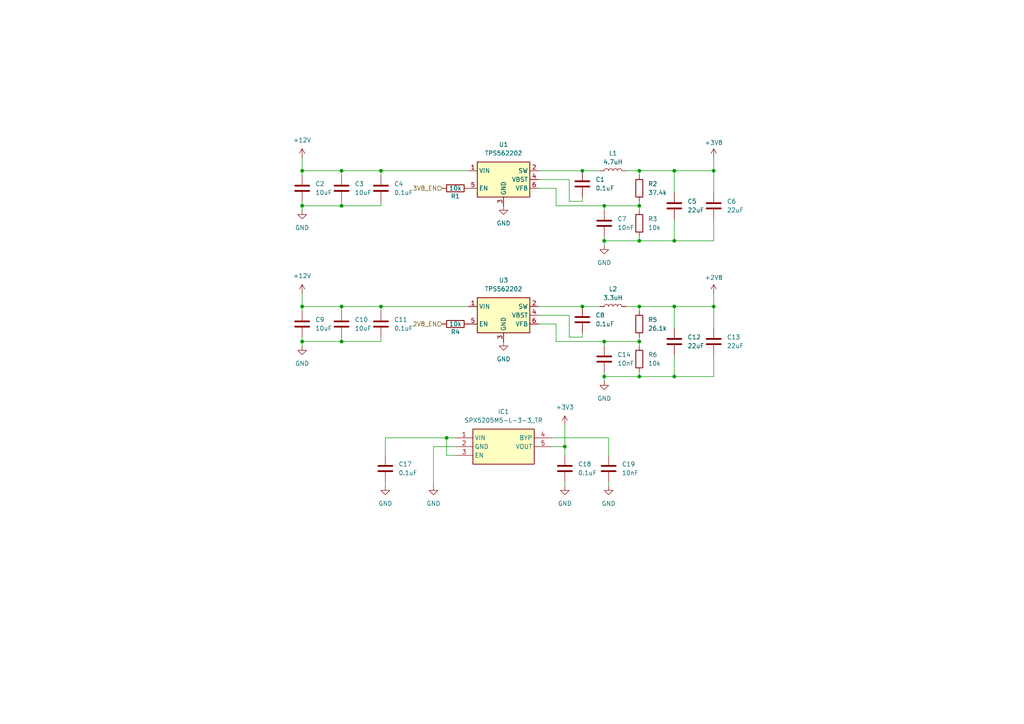
<source format=kicad_sch>
(kicad_sch (version 20250114) (generator "eeschema") (generator_version "9.0")
  (paper "A4")
  (lib_symbols
    (symbol "Device:C" (pin_numbers (hide yes)) (pin_names (offset 0.254))
      (property "Reference" "C" (at 0.635 2.54 0))
      (property "Value" "C" (at 0.635 -2.54 0))
      (symbol "C_0_1"
        (polyline (pts (xy -2.032 0.762) (xy 2.032 0.762)) (stroke (width 0.508)))
        (polyline (pts (xy -2.032 -0.762) (xy 2.032 -0.762)) (stroke (width 0.508)))
      )
      (symbol "C_1_1"
        (pin passive line (at 0 3.81 270) (length 2.794) (name "~") (number "1"))
        (pin passive line (at 0 -3.81 90) (length 2.794) (name "~") (number "2"))
      )
    )
    (symbol "Device:L" (pin_numbers (hide yes)) (pin_names (offset 1.016) (hide yes))
      (property "Reference" "L" (at -1.27 0 90))
      (property "Value" "L" (at 1.905 0 90))
      (symbol "L_0_1"
        (arc (start 0 2.54) (mid 0.6323 1.905) (end 0 1.27))
        (arc (start 0 1.27) (mid 0.6323 0.635) (end 0 0))
        (arc (start 0 0) (mid 0.6323 -0.635) (end 0 -1.27))
        (arc (start 0 -1.27) (mid 0.6323 -1.905) (end 0 -2.54))
      )
      (symbol "L_1_1"
        (pin passive line (at 0 3.81 270) (length 1.27) (name "1") (number "1"))
        (pin passive line (at 0 -3.81 90) (length 1.27) (name "2") (number "2"))
      )
    )
    (symbol "Device:R" (pin_numbers (hide yes)) (pin_names (offset 0))
      (property "Reference" "R" (at 2.032 0 90))
      (property "Value" "R" (at 0 0 90))
      (symbol "R_0_1"
        (rectangle (start -1.016 -2.54) (end 1.016 2.54) (stroke (width 0.254)))
      )
      (symbol "R_1_1"
        (pin passive line (at 0 3.81 270) (length 1.27) (name "~") (number "1"))
        (pin passive line (at 0 -3.81 90) (length 1.27) (name "~") (number "2"))
      )
    )
    (symbol "Regulator_Switching:TPS562202"
      (property "Reference" "U" (at -7.62 6.35 0))
      (property "Value" "TPS562202" (at -2.54 6.35 0))
      (symbol "TPS562202_0_1"
        (rectangle (start -7.62 5.08) (end 7.62 -5.08) (stroke (width 0.254)) (fill (type background)))
      )
      (symbol "TPS562202_1_1"
        (pin power_in line (at -10.16 2.54 0) (length 2.54) (name "VIN") (number "1"))
        (pin input line (at -10.16 -2.54 0) (length 2.54) (name "EN") (number "5"))
        (pin power_in line (at 0 -7.62 90) (length 2.54) (name "GND") (number "3"))
        (pin output line (at 10.16 2.54 180) (length 2.54) (name "SW") (number "2"))
        (pin passive line (at 10.16 0 180) (length 2.54) (name "VBST") (number "4"))
        (pin input line (at 10.16 -2.54 180) (length 2.54) (name "VFB") (number "6"))
      )
    )
    (symbol "SPX5205M5-L-3-3_TR:SPX5205M5-L-3-3_TR"
      (property "Reference" "IC" (at 24.13 7.62 0))
      (property "Value" "SPX5205M5-L-3-3_TR" (at 24.13 5.08 0))
      (symbol "SPX5205M5-L-3-3_TR_1_1"
        (rectangle (start 5.08 2.54) (end 22.86 -7.62) (stroke (width 0.254)) (fill (type background)))
        (pin passive line (at 0 0 0) (length 5.08) (name "VIN") (number "1"))
        (pin passive line (at 0 -2.54 0) (length 5.08) (name "GND") (number "2"))
        (pin passive line (at 0 -5.08 0) (length 5.08) (name "EN") (number "3"))
        (pin passive line (at 27.94 0 180) (length 5.08) (name "BYP") (number "4"))
        (pin passive line (at 27.94 -2.54 180) (length 5.08) (name "VOUT") (number "5"))
      )
    )
    (symbol "power:+12V" (power) (pin_numbers (hide yes)) (pin_names (offset 0) (hide yes))
      (property "Value" "+12V" (at 0 3.556 0))
      (symbol "+12V_0_1"
        (polyline (pts (xy -0.762 1.27) (xy 0 2.54)))
        (polyline (pts (xy 0 2.54) (xy 0.762 1.27)))
        (polyline (pts (xy 0 0) (xy 0 2.54)))
      )
      (symbol "+12V_1_1"
        (pin power_in line (at 0 0 90) (length 0) (name "~") (number "1"))
      )
    )
    (symbol "power:+2V8" (power) (pin_numbers (hide yes)) (pin_names (offset 0) (hide yes))
      (property "Value" "+2V8" (at 0 3.556 0))
      (symbol "+2V8_0_1"
        (polyline (pts (xy -0.762 1.27) (xy 0 2.54)))
        (polyline (pts (xy 0 2.54) (xy 0.762 1.27)))
        (polyline (pts (xy 0 0) (xy 0 2.54)))
      )
      (symbol "+2V8_1_1"
        (pin power_in line (at 0 0 90) (length 0) (name "~") (number "1"))
      )
    )
    (symbol "power:+3V3" (power) (pin_numbers (hide yes)) (pin_names (offset 0) (hide yes))
      (property "Value" "+3V3" (at 0 3.556 0))
      (symbol "+3V3_0_1"
        (polyline (pts (xy -0.762 1.27) (xy 0 2.54)))
        (polyline (pts (xy 0 2.54) (xy 0.762 1.27)))
        (polyline (pts (xy 0 0) (xy 0 2.54)))
      )
      (symbol "+3V3_1_1"
        (pin power_in line (at 0 0 90) (length 0) (name "~") (number "1"))
      )
    )
    (symbol "power:GND" (power) (pin_numbers (hide yes)) (pin_names (offset 0) (hide yes))
      (property "Value" "GND" (at 0 -3.81 0))
      (symbol "GND_0_1"
        (polyline (pts (xy 0 0) (xy 0 -1.27) (xy 1.27 -1.27) (xy 0 -2.54) (xy -1.27 -1.27) (xy 0 -1.27)))
      )
      (symbol "GND_1_1"
        (pin power_in line (at 0 0 270) (length 0) (name "~") (number "1"))
      )
    )
  )
  (junction (at 195.58 49.53))
  (junction (at 87.63 59.69))
  (junction (at 207.01 88.9))
  (junction (at 175.26 59.69))
  (junction (at 163.83 129.54))
  (junction (at 129.54 127))
  (junction (at 185.42 88.9))
  (junction (at 99.06 88.9))
  (junction (at 195.58 69.85))
  (junction (at 87.63 49.53))
  (junction (at 99.06 49.53))
  (junction (at 185.42 99.06))
  (junction (at 195.58 109.22))
  (junction (at 168.91 88.9))
  (junction (at 175.26 69.85))
  (junction (at 175.26 99.06))
  (junction (at 185.42 49.53))
  (junction (at 99.06 99.06))
  (junction (at 207.01 49.53))
  (junction (at 87.63 99.06))
  (junction (at 195.58 88.9))
  (junction (at 185.42 59.69))
  (junction (at 87.63 88.9))
  (junction (at 168.91 49.53))
  (junction (at 175.26 109.22))
  (junction (at 185.42 109.22))
  (junction (at 110.49 88.9))
  (junction (at 110.49 49.53))
  (junction (at 185.42 69.85))
  (junction (at 99.06 59.69))
  (wire (pts (xy 207.01 49.53) (xy 207.01 55.88)))
  (wire (pts (xy 165.1 52.07) (xy 165.1 58.42)))
  (wire (pts (xy 168.91 88.9) (xy 173.99 88.9)))
  (wire (pts (xy 87.63 60.96) (xy 87.63 59.69)))
  (wire (pts (xy 176.53 139.7) (xy 176.53 140.97)))
  (wire (pts (xy 175.26 100.33) (xy 175.26 99.06)))
  (wire (pts (xy 185.42 50.8) (xy 185.42 49.53)))
  (wire (pts (xy 175.26 71.12) (xy 175.26 69.85)))
  (wire (pts (xy 185.42 69.85) (xy 175.26 69.85)))
  (wire (pts (xy 185.42 88.9) (xy 195.58 88.9)))
  (wire (pts (xy 87.63 49.53) (xy 99.06 49.53)))
  (wire (pts (xy 111.76 127) (xy 129.54 127)))
  (wire (pts (xy 110.49 88.9) (xy 110.49 90.17)))
  (wire (pts (xy 87.63 59.69) (xy 99.06 59.69)))
  (wire (pts (xy 207.01 45.72) (xy 207.01 49.53)))
  (wire (pts (xy 161.29 99.06) (xy 175.26 99.06)))
  (wire (pts (xy 195.58 69.85) (xy 185.42 69.85)))
  (wire (pts (xy 99.06 49.53) (xy 110.49 49.53)))
  (wire (pts (xy 110.49 99.06) (xy 99.06 99.06)))
  (wire (pts (xy 175.26 99.06) (xy 185.42 99.06)))
  (wire (pts (xy 161.29 59.69) (xy 175.26 59.69)))
  (wire (pts (xy 156.21 54.61) (xy 161.29 54.61)))
  (wire (pts (xy 110.49 49.53) (xy 135.89 49.53)))
  (wire (pts (xy 165.1 58.42) (xy 168.91 58.42)))
  (wire (pts (xy 163.83 139.7) (xy 163.83 140.97)))
  (wire (pts (xy 99.06 50.8) (xy 99.06 49.53)))
  (wire (pts (xy 207.01 85.09) (xy 207.01 88.9)))
  (wire (pts (xy 185.42 59.69) (xy 185.42 60.96)))
  (wire (pts (xy 87.63 59.69) (xy 87.63 58.42)))
  (wire (pts (xy 156.21 49.53) (xy 168.91 49.53)))
  (wire (pts (xy 175.26 107.95) (xy 175.26 109.22)))
  (wire (pts (xy 129.54 127) (xy 132.08 127)))
  (wire (pts (xy 168.91 97.79) (xy 168.91 96.52)))
  (wire (pts (xy 175.26 60.96) (xy 175.26 59.69)))
  (wire (pts (xy 111.76 127) (xy 111.76 132.08)))
  (wire (pts (xy 156.21 91.44) (xy 165.1 91.44)))
  (wire (pts (xy 185.42 109.22) (xy 175.26 109.22)))
  (wire (pts (xy 207.01 102.87) (xy 207.01 109.22)))
  (wire (pts (xy 207.01 88.9) (xy 207.01 95.25)))
  (wire (pts (xy 185.42 49.53) (xy 195.58 49.53)))
  (wire (pts (xy 132.08 132.08) (xy 129.54 132.08)))
  (wire (pts (xy 185.42 58.42) (xy 185.42 59.69)))
  (wire (pts (xy 175.26 110.49) (xy 175.26 109.22)))
  (wire (pts (xy 125.73 129.54) (xy 132.08 129.54)))
  (wire (pts (xy 168.91 49.53) (xy 173.99 49.53)))
  (wire (pts (xy 87.63 85.09) (xy 87.63 88.9)))
  (wire (pts (xy 195.58 63.5) (xy 195.58 69.85)))
  (wire (pts (xy 87.63 99.06) (xy 99.06 99.06)))
  (wire (pts (xy 181.61 49.53) (xy 185.42 49.53)))
  (wire (pts (xy 175.26 68.58) (xy 175.26 69.85)))
  (wire (pts (xy 110.49 88.9) (xy 135.89 88.9)))
  (wire (pts (xy 168.91 58.42) (xy 168.91 57.15)))
  (wire (pts (xy 185.42 99.06) (xy 185.42 100.33)))
  (wire (pts (xy 99.06 58.42) (xy 99.06 59.69)))
  (wire (pts (xy 87.63 90.17) (xy 87.63 88.9)))
  (wire (pts (xy 195.58 49.53) (xy 207.01 49.53)))
  (wire (pts (xy 185.42 90.17) (xy 185.42 88.9)))
  (wire (pts (xy 161.29 54.61) (xy 161.29 59.69)))
  (wire (pts (xy 156.21 88.9) (xy 168.91 88.9)))
  (wire (pts (xy 185.42 68.58) (xy 185.42 69.85)))
  (wire (pts (xy 99.06 90.17) (xy 99.06 88.9)))
  (wire (pts (xy 195.58 102.87) (xy 195.58 109.22)))
  (wire (pts (xy 165.1 97.79) (xy 168.91 97.79)))
  (wire (pts (xy 99.06 88.9) (xy 110.49 88.9)))
  (wire (pts (xy 111.76 140.97) (xy 111.76 139.7)))
  (wire (pts (xy 165.1 91.44) (xy 165.1 97.79)))
  (wire (pts (xy 87.63 50.8) (xy 87.63 49.53)))
  (wire (pts (xy 195.58 88.9) (xy 207.01 88.9)))
  (wire (pts (xy 87.63 99.06) (xy 87.63 97.79)))
  (wire (pts (xy 160.02 127) (xy 176.53 127)))
  (wire (pts (xy 156.21 93.98) (xy 161.29 93.98)))
  (wire (pts (xy 87.63 45.72) (xy 87.63 49.53)))
  (wire (pts (xy 110.49 59.69) (xy 99.06 59.69)))
  (wire (pts (xy 163.83 123.19) (xy 163.83 129.54)))
  (wire (pts (xy 185.42 107.95) (xy 185.42 109.22)))
  (wire (pts (xy 129.54 132.08) (xy 129.54 127)))
  (wire (pts (xy 110.49 58.42) (xy 110.49 59.69)))
  (wire (pts (xy 87.63 88.9) (xy 99.06 88.9)))
  (wire (pts (xy 156.21 52.07) (xy 165.1 52.07)))
  (wire (pts (xy 195.58 109.22) (xy 185.42 109.22)))
  (wire (pts (xy 195.58 88.9) (xy 195.58 95.25)))
  (wire (pts (xy 207.01 69.85) (xy 195.58 69.85)))
  (wire (pts (xy 195.58 49.53) (xy 195.58 55.88)))
  (wire (pts (xy 176.53 127) (xy 176.53 132.08)))
  (wire (pts (xy 207.01 109.22) (xy 195.58 109.22)))
  (wire (pts (xy 110.49 97.79) (xy 110.49 99.06)))
  (wire (pts (xy 185.42 97.79) (xy 185.42 99.06)))
  (wire (pts (xy 160.02 129.54) (xy 163.83 129.54)))
  (wire (pts (xy 125.73 140.97) (xy 125.73 129.54)))
  (wire (pts (xy 161.29 93.98) (xy 161.29 99.06)))
  (wire (pts (xy 163.83 129.54) (xy 163.83 132.08)))
  (wire (pts (xy 207.01 63.5) (xy 207.01 69.85)))
  (wire (pts (xy 99.06 97.79) (xy 99.06 99.06)))
  (wire (pts (xy 175.26 59.69) (xy 185.42 59.69)))
  (wire (pts (xy 110.49 49.53) (xy 110.49 50.8)))
  (wire (pts (xy 87.63 100.33) (xy 87.63 99.06)))
  (wire (pts (xy 181.61 88.9) (xy 185.42 88.9)))
  (hierarchical_label "3V8_EN" (shape input) (at 128.27 54.61 180))
  (hierarchical_label "2V8_EN" (shape input) (at 128.27 93.98 180))
  (symbol (lib_id "power:GND") (at 146.05 99.06 0) (unit 1)
    (property "Reference" "#PWR012" (effects (hide yes)))
    (property "Value" "GND" (at 146.05 104.14 0))
    (property "Description" "Power symbol creates a global label with name \"GND\" , ground" (effects (hide yes)))
  )
  (symbol (lib_id "power:GND") (at 176.53 140.97 0) (unit 1)
    (property "Reference" "#PWR025" (effects (hide yes)))
    (property "Value" "GND" (at 176.53 146.05 0))
    (property "Description" "Power symbol creates a global label with name \"GND\" , ground" (effects (hide yes)))
  )
  (symbol (lib_id "Device:C") (at 87.63 54.61 0) (unit 1)
    (property "Reference" "C2" (at 91.44 53.3399 0) (effects (justify left)))
    (property "Value" "10uF" (at 91.44 55.8799 0) (effects (justify left)))
    (property "Footprint" "Capacitor_SMD:C_1206_3216Metric" (effects (hide yes)))
    (property "Description" "Unpolarized capacitor" (effects (hide yes)))
  )
  (symbol (lib_id "Device:R") (at 185.42 54.61 0) (unit 1)
    (property "Reference" "R2" (at 187.96 53.3399 0) (effects (justify left)))
    (property "Value" "37.4k" (at 187.96 55.8799 0) (effects (justify left)))
    (property "Footprint" "Resistor_SMD:R_0603_1608Metric" (effects (hide yes)))
    (property "Description" "Resistor" (effects (hide yes)))
  )
  (symbol (lib_id "SPX5205M5-L-3-3_TR:SPX5205M5-L-3-3_TR") (at 132.08 127 0) (unit 1)
    (property "Reference" "IC1" (at 146.05 119.38 0))
    (property "Value" "SPX5205M5-L-3-3_TR" (at 146.05 121.92 0))
    (property "Footprint" "Package_TO_SOT_SMD:SOT-23-5" (effects (hide yes)))
    (property "Datasheet" "https://www.tme.eu/Document/506abcee3a01bb1a654b7549dae375cc/spx5205.pdf" (effects (hide yes)))
    (property "Description" "LDO Regulator Pos 3.3V 0.15A 5-Pin SOT-23 T/R" (effects (hide yes)))
    (property "Height" "1.45" (effects (hide yes)))
    (property "Mouser Part Number" "701-SPX5205M5-L-33TR" (effects (hide yes)))
    (property "Mouser Price/Stock" "https://www.mouser.co.uk/ProductDetail/MaxLinear/SPX5205M5-L-3-3-TR?qs=S%2FCBhQS5rCoEPZvJMnaIBw%3D%3D" (effects (hide yes)))
    (property "Manufacturer_Name" "MaxLinear, Inc." (effects (hide yes)))
    (property "Manufacturer_Part_Number" "SPX5205M5-L-3-3/TR" (effects (hide yes)))
  )
  (symbol (lib_id "Regulator_Switching:TPS562202") (at 146.05 52.07 0) (unit 1)
    (property "Reference" "U1" (at 146.05 41.91 0))
    (property "Value" "TPS562202" (at 146.05 44.45 0))
    (property "Footprint" "Package_TO_SOT_SMD:SOT-563" (effects (hide yes)))
    (property "Datasheet" "https://www.ti.com/lit/gpn/tps562202" (effects (hide yes)))
    (property "Description" "2A Synchronous Step-Down Voltage Regulator 580kHz, adjustable output voltage, 4.5-17V Input Voltage, 0.804V-7V Output Voltage, SOT-563" (effects (hide yes)))
  )
  (symbol (lib_id "Device:C") (at 207.01 59.69 180) (unit 1)
    (property "Reference" "C6" (at 210.82 58.4199 0) (effects (justify right)))
    (property "Value" "22uF" (at 210.82 60.9599 0) (effects (justify right)))
    (property "Footprint" "Capacitor_SMD:C_1206_3216Metric" (effects (hide yes)))
    (property "Description" "Unpolarized capacitor" (effects (hide yes)))
  )
  (symbol (lib_id "Device:C") (at 110.49 93.98 0) (unit 1)
    (property "Reference" "C11" (at 114.3 92.7099 0) (effects (justify left)))
    (property "Value" "0.1uF" (at 114.3 95.2499 0) (effects (justify left)))
    (property "Footprint" "Capacitor_SMD:C_0603_1608Metric" (effects (hide yes)))
    (property "Description" "Unpolarized capacitor" (effects (hide yes)))
  )
  (symbol (lib_id "Device:R") (at 132.08 54.61 90) (unit 1)
    (property "Reference" "R1" (at 132.08 56.896 90))
    (property "Value" "10k" (at 132.08 54.61 90))
    (property "Footprint" "Resistor_SMD:R_0603_1608Metric" (effects (hide yes)))
    (property "Description" "Resistor" (effects (hide yes)))
  )
  (symbol (lib_id "power:+3V3") (at 163.83 123.19 0) (unit 1)
    (property "Reference" "#PWR023" (effects (hide yes)))
    (property "Value" "+3V3" (at 163.83 118.11 0))
    (property "Description" "Power symbol creates a global label with name \"+3V3\"" (effects (hide yes)))
  )
  (symbol (lib_id "Device:C") (at 207.01 99.06 180) (unit 1)
    (property "Reference" "C13" (at 210.82 97.7899 0) (effects (justify right)))
    (property "Value" "22uF" (at 210.82 100.3299 0) (effects (justify right)))
    (property "Footprint" "Capacitor_SMD:C_1206_3216Metric" (effects (hide yes)))
    (property "Description" "Unpolarized capacitor" (effects (hide yes)))
  )
  (symbol (lib_id "power:GND") (at 175.26 110.49 0) (unit 1)
    (property "Reference" "#PWR014" (effects (hide yes)))
    (property "Value" "GND" (at 175.26 115.57 0))
    (property "Description" "Power symbol creates a global label with name \"GND\" , ground" (effects (hide yes)))
  )
  (symbol (lib_id "power:+12V") (at 87.63 45.72 0) (unit 1)
    (property "Reference" "#PWR01" (effects (hide yes)))
    (property "Value" "+12V" (at 87.63 40.64 0))
    (property "Description" "Power symbol creates a global label with name \"+12V\"" (effects (hide yes)))
  )
  (symbol (lib_id "Device:R") (at 185.42 93.98 0) (unit 1)
    (property "Reference" "R5" (at 187.96 92.7099 0) (effects (justify left)))
    (property "Value" "26.1k" (at 187.96 95.2499 0) (effects (justify left)))
    (property "Footprint" "Resistor_SMD:R_0603_1608Metric" (effects (hide yes)))
    (property "Description" "Resistor" (effects (hide yes)))
  )
  (symbol (lib_id "Device:C") (at 99.06 93.98 0) (unit 1)
    (property "Reference" "C10" (at 102.87 92.7099 0) (effects (justify left)))
    (property "Value" "10uF" (at 102.87 95.2499 0) (effects (justify left)))
    (property "Footprint" "Capacitor_SMD:C_1206_3216Metric" (effects (hide yes)))
    (property "Description" "Unpolarized capacitor" (effects (hide yes)))
  )
  (symbol (lib_id "power:GND") (at 87.63 60.96 0) (unit 1)
    (property "Reference" "#PWR04" (effects (hide yes)))
    (property "Value" "GND" (at 87.63 66.04 0))
    (property "Description" "Power symbol creates a global label with name \"GND\" , ground" (effects (hide yes)))
  )
  (symbol (lib_id "power:GND") (at 163.83 140.97 0) (unit 1)
    (property "Reference" "#PWR024" (effects (hide yes)))
    (property "Value" "GND" (at 163.83 146.05 0))
    (property "Description" "Power symbol creates a global label with name \"GND\" , ground" (effects (hide yes)))
  )
  (symbol (lib_id "power:+3V3") (at 207.01 45.72 0) (unit 1)
    (property "Reference" "#PWR02" (effects (hide yes)))
    (property "Value" "+3V8" (at 207.01 41.402 0))
    (property "Description" "Power symbol creates a global label with name \"+3V3\"" (effects (hide yes)))
  )
  (symbol (lib_id "Device:C") (at 168.91 53.34 0) (unit 1)
    (property "Reference" "C1" (at 172.72 52.0699 0) (effects (justify left)))
    (property "Value" "0.1uF" (at 172.72 54.6099 0) (effects (justify left)))
    (property "Footprint" "Capacitor_SMD:C_0603_1608Metric" (effects (hide yes)))
    (property "Description" "Unpolarized capacitor" (effects (hide yes)))
  )
  (symbol (lib_id "power:GND") (at 146.05 59.69 0) (unit 1)
    (property "Reference" "#PWR03" (effects (hide yes)))
    (property "Value" "GND" (at 146.05 64.77 0))
    (property "Description" "Power symbol creates a global label with name \"GND\" , ground" (effects (hide yes)))
  )
  (symbol (lib_id "Device:C") (at 110.49 54.61 0) (unit 1)
    (property "Reference" "C4" (at 114.3 53.3399 0) (effects (justify left)))
    (property "Value" "0.1uF" (at 114.3 55.8799 0) (effects (justify left)))
    (property "Footprint" "Capacitor_SMD:C_0603_1608Metric" (effects (hide yes)))
    (property "Description" "Unpolarized capacitor" (effects (hide yes)))
  )
  (symbol (lib_id "Device:C") (at 175.26 64.77 180) (unit 1)
    (property "Reference" "C7" (at 179.07 63.4999 0) (effects (justify right)))
    (property "Value" "10nF" (at 179.07 66.0399 0) (effects (justify right)))
    (property "Footprint" "Capacitor_SMD:C_0603_1608Metric" (effects (hide yes)))
    (property "Description" "Unpolarized capacitor" (effects (hide yes)))
  )
  (symbol (lib_id "Device:C") (at 99.06 54.61 0) (unit 1)
    (property "Reference" "C3" (at 102.87 53.3399 0) (effects (justify left)))
    (property "Value" "10uF" (at 102.87 55.8799 0) (effects (justify left)))
    (property "Footprint" "Capacitor_SMD:C_1206_3216Metric" (effects (hide yes)))
    (property "Description" "Unpolarized capacitor" (effects (hide yes)))
  )
  (symbol (lib_id "Device:L") (at 177.8 49.53 90) (unit 1)
    (property "Reference" "L1" (at 177.8 44.45 90))
    (property "Value" "4.7uH" (at 177.8 46.99 90))
    (property "Description" "Inductor" (effects (hide yes)))
  )
  (symbol (lib_id "Device:C") (at 87.63 93.98 0) (unit 1)
    (property "Reference" "C9" (at 91.44 92.7099 0) (effects (justify left)))
    (property "Value" "10uF" (at 91.44 95.2499 0) (effects (justify left)))
    (property "Footprint" "Capacitor_SMD:C_1206_3216Metric" (effects (hide yes)))
    (property "Description" "Unpolarized capacitor" (effects (hide yes)))
  )
  (symbol (lib_id "Device:C") (at 176.53 135.89 0) (unit 1)
    (property "Reference" "C19" (at 180.34 134.6199 0) (effects (justify left)))
    (property "Value" "10nF" (at 180.34 137.1599 0) (effects (justify left)))
    (property "Footprint" "Capacitor_SMD:C_0603_1608Metric" (effects (hide yes)))
    (property "Description" "Unpolarized capacitor" (effects (hide yes)))
  )
  (symbol (lib_id "Device:R") (at 132.08 93.98 90) (unit 1)
    (property "Reference" "R4" (at 132.08 96.266 90))
    (property "Value" "10k" (at 132.08 93.98 90))
    (property "Footprint" "Resistor_SMD:R_0603_1608Metric" (effects (hide yes)))
    (property "Description" "Resistor" (effects (hide yes)))
  )
  (symbol (lib_id "power:+2V8") (at 207.01 85.09 0) (unit 1)
    (property "Reference" "#PWR011" (effects (hide yes)))
    (property "Value" "+2V8" (at 207.01 80.518 0))
    (property "Description" "Power symbol creates a global label with name \"+2V8\"" (effects (hide yes)))
  )
  (symbol (lib_id "Device:C") (at 175.26 104.14 180) (unit 1)
    (property "Reference" "C14" (at 179.07 102.8699 0) (effects (justify right)))
    (property "Value" "10nF" (at 179.07 105.4099 0) (effects (justify right)))
    (property "Footprint" "Capacitor_SMD:C_0603_1608Metric" (effects (hide yes)))
    (property "Description" "Unpolarized capacitor" (effects (hide yes)))
  )
  (symbol (lib_id "power:GND") (at 125.73 140.97 0) (unit 1)
    (property "Reference" "#PWR027" (effects (hide yes)))
    (property "Value" "GND" (at 125.73 146.05 0))
    (property "Description" "Power symbol creates a global label with name \"GND\" , ground" (effects (hide yes)))
  )
  (symbol (lib_id "Regulator_Switching:TPS562202") (at 146.05 91.44 0) (unit 1)
    (property "Reference" "U3" (at 146.05 81.28 0))
    (property "Value" "TPS562202" (at 146.05 83.82 0))
    (property "Footprint" "Package_TO_SOT_SMD:SOT-563" (effects (hide yes)))
    (property "Datasheet" "https://www.ti.com/lit/gpn/tps562202" (effects (hide yes)))
    (property "Description" "2A Synchronous Step-Down Voltage Regulator 580kHz, adjustable output voltage, 4.5-17V Input Voltage, 0.804V-7V Output Voltage, SOT-563" (effects (hide yes)))
  )
  (symbol (lib_id "Device:R") (at 185.42 104.14 0) (unit 1)
    (property "Reference" "R6" (at 187.96 102.8699 0) (effects (justify left)))
    (property "Value" "10k" (at 187.96 105.4099 0) (effects (justify left)))
    (property "Footprint" "Resistor_SMD:R_0603_1608Metric" (effects (hide yes)))
    (property "Description" "Resistor" (effects (hide yes)))
  )
  (symbol (lib_id "power:GND") (at 111.76 140.97 0) (unit 1)
    (property "Reference" "#PWR026" (effects (hide yes)))
    (property "Value" "GND" (at 111.76 146.05 0))
    (property "Description" "Power symbol creates a global label with name \"GND\" , ground" (effects (hide yes)))
  )
  (symbol (lib_id "Device:C") (at 163.83 135.89 0) (unit 1)
    (property "Reference" "C18" (at 167.64 134.6199 0) (effects (justify left)))
    (property "Value" "0.1uF" (at 167.64 137.1599 0) (effects (justify left)))
    (property "Footprint" "Capacitor_SMD:C_0603_1608Metric" (effects (hide yes)))
    (property "Description" "Unpolarized capacitor" (effects (hide yes)))
  )
  (symbol (lib_id "Device:C") (at 195.58 59.69 180) (unit 1)
    (property "Reference" "C5" (at 199.39 58.4199 0) (effects (justify right)))
    (property "Value" "22uF" (at 199.39 60.9599 0) (effects (justify right)))
    (property "Footprint" "Capacitor_SMD:C_1206_3216Metric" (effects (hide yes)))
    (property "Description" "Unpolarized capacitor" (effects (hide yes)))
  )
  (symbol (lib_id "Device:R") (at 185.42 64.77 0) (unit 1)
    (property "Reference" "R3" (at 187.96 63.4999 0) (effects (justify left)))
    (property "Value" "10k" (at 187.96 66.0399 0) (effects (justify left)))
    (property "Footprint" "Resistor_SMD:R_0603_1608Metric" (effects (hide yes)))
    (property "Description" "Resistor" (effects (hide yes)))
  )
  (symbol (lib_id "power:GND") (at 175.26 71.12 0) (unit 1)
    (property "Reference" "#PWR06" (effects (hide yes)))
    (property "Value" "GND" (at 175.26 76.2 0))
    (property "Description" "Power symbol creates a global label with name \"GND\" , ground" (effects (hide yes)))
  )
  (symbol (lib_id "power:GND") (at 87.63 100.33 0) (unit 1)
    (property "Reference" "#PWR013" (effects (hide yes)))
    (property "Value" "GND" (at 87.63 105.41 0))
    (property "Description" "Power symbol creates a global label with name \"GND\" , ground" (effects (hide yes)))
  )
  (symbol (lib_id "Device:L") (at 177.8 88.9 90) (unit 1)
    (property "Reference" "L2" (at 177.8 83.82 90))
    (property "Value" "3.3uH" (at 177.8 86.36 90))
    (property "Description" "Inductor" (effects (hide yes)))
  )
  (symbol (lib_id "power:+12V") (at 87.63 85.09 0) (unit 1)
    (property "Reference" "#PWR010" (effects (hide yes)))
    (property "Value" "+12V" (at 87.63 80.01 0))
    (property "Description" "Power symbol creates a global label with name \"+12V\"" (effects (hide yes)))
  )
  (symbol (lib_id "Device:C") (at 168.91 92.71 0) (unit 1)
    (property "Reference" "C8" (at 172.72 91.4399 0) (effects (justify left)))
    (property "Value" "0.1uF" (at 172.72 93.9799 0) (effects (justify left)))
    (property "Footprint" "Capacitor_SMD:C_0603_1608Metric" (effects (hide yes)))
    (property "Description" "Unpolarized capacitor" (effects (hide yes)))
  )
  (symbol (lib_id "Device:C") (at 111.76 135.89 0) (unit 1)
    (property "Reference" "C17" (at 115.57 134.6199 0) (effects (justify left)))
    (property "Value" "0.1uF" (at 115.57 137.1599 0) (effects (justify left)))
    (property "Footprint" "Capacitor_SMD:C_0603_1608Metric" (effects (hide yes)))
    (property "Description" "Unpolarized capacitor" (effects (hide yes)))
  )
  (symbol (lib_id "Device:C") (at 195.58 99.06 180) (unit 1)
    (property "Reference" "C12" (at 199.39 97.7899 0) (effects (justify right)))
    (property "Value" "22uF" (at 199.39 100.3299 0) (effects (justify right)))
    (property "Footprint" "Capacitor_SMD:C_1206_3216Metric" (effects (hide yes)))
    (property "Description" "Unpolarized capacitor" (effects (hide yes)))
  )
)
</source>
